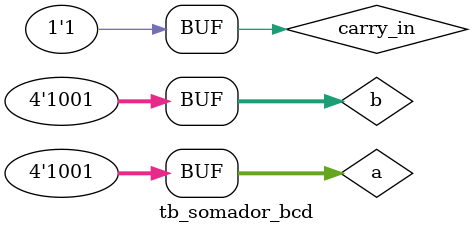
<source format=v>
module tb_somador_bcd;

    // Inputs
    reg [3:0] a;
    reg [3:0] b;
    reg carry_in;

    // Outputs
    wire [3:0] soma;
    wire carry_out;

    // Instancia a unidade a ser testada
    somador_bcd uut (
        .a(a), 
        .b(b), 
        .carry_in(carry_in), 
        .soma(soma), 
        .carry_out(carry_out)
    );

    initial begin
        // Inputs de teste
        a = 0;  b = 0;  carry_in = 0;   #100;
        a = 6;  b = 9;  carry_in = 0;   #100;
        a = 3;  b = 3;  carry_in = 1;   #100;
        a = 4;  b = 5;  carry_in = 0;   #100;
        a = 8;  b = 2;  carry_in = 0;   #100;
        a = 9;  b = 9;  carry_in = 1;   #100;
    end
      
endmodule
</source>
